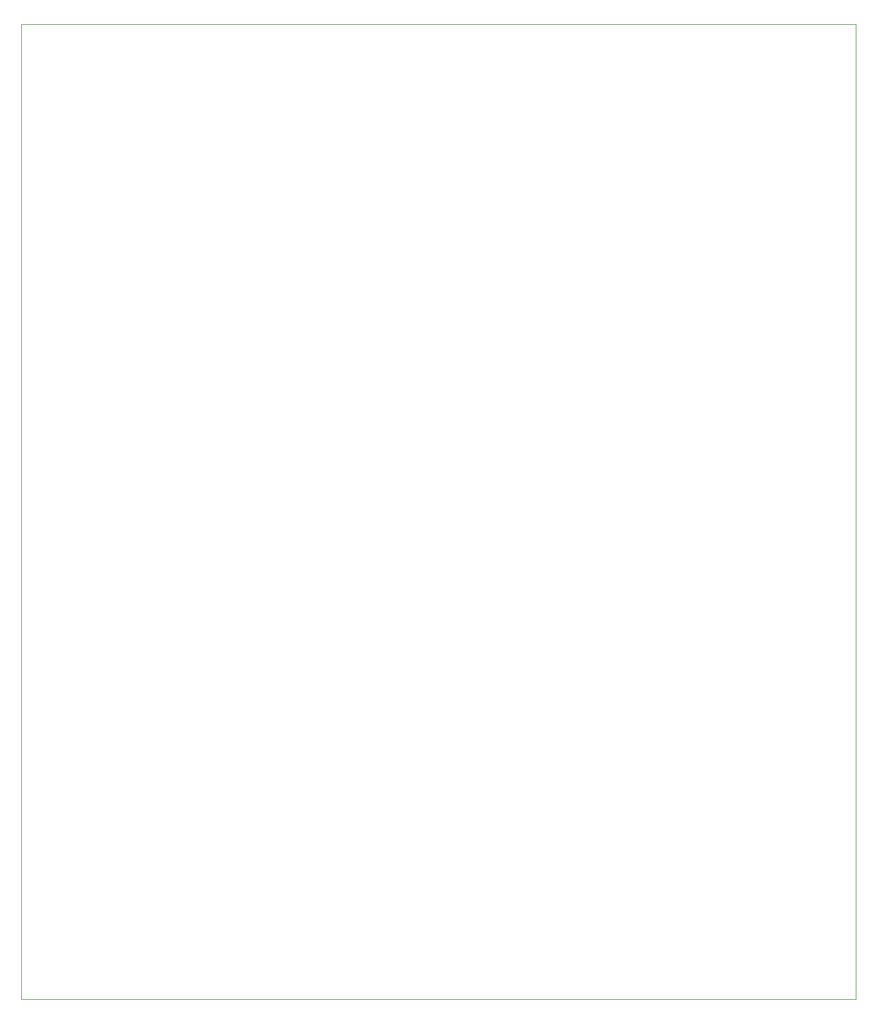
<source format=gbr>
%TF.GenerationSoftware,KiCad,Pcbnew,8.0.3*%
%TF.CreationDate,2025-01-16T08:49:34+01:00*%
%TF.ProjectId,MCU,4d43552e-6b69-4636-9164-5f7063625858,rev?*%
%TF.SameCoordinates,Original*%
%TF.FileFunction,Other,User*%
%FSLAX46Y46*%
G04 Gerber Fmt 4.6, Leading zero omitted, Abs format (unit mm)*
G04 Created by KiCad (PCBNEW 8.0.3) date 2025-01-16 08:49:34*
%MOMM*%
%LPD*%
G01*
G04 APERTURE LIST*
%ADD10C,0.100000*%
G04 APERTURE END LIST*
D10*
X170000000Y-190000000D02*
X50000000Y-190000000D01*
X50000000Y-190000000D02*
X50000000Y-50000000D01*
X170000000Y-50000000D02*
X170000000Y-190000000D01*
X50000000Y-50000000D02*
X170000000Y-50000000D01*
M02*

</source>
